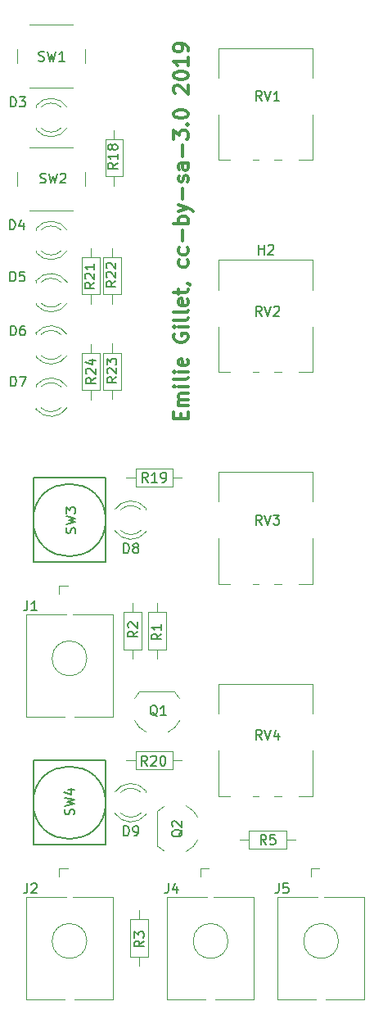
<source format=gbr>
%TF.GenerationSoftware,KiCad,Pcbnew,(6.0.0)*%
%TF.CreationDate,2022-11-14T01:28:24+01:00*%
%TF.ProjectId,Apeks,4170656b-732e-46b6-9963-61645f706362,rev?*%
%TF.SameCoordinates,Original*%
%TF.FileFunction,Legend,Top*%
%TF.FilePolarity,Positive*%
%FSLAX46Y46*%
G04 Gerber Fmt 4.6, Leading zero omitted, Abs format (unit mm)*
G04 Created by KiCad (PCBNEW (6.0.0)) date 2022-11-14 01:28:24*
%MOMM*%
%LPD*%
G01*
G04 APERTURE LIST*
%ADD10C,0.300000*%
%ADD11C,0.150000*%
%ADD12C,0.120000*%
G04 APERTURE END LIST*
D10*
X38627857Y-75237142D02*
X38627857Y-74737142D01*
X39413571Y-74522857D02*
X39413571Y-75237142D01*
X37913571Y-75237142D01*
X37913571Y-74522857D01*
X39413571Y-73880000D02*
X38413571Y-73880000D01*
X38556428Y-73880000D02*
X38485000Y-73808571D01*
X38413571Y-73665714D01*
X38413571Y-73451428D01*
X38485000Y-73308571D01*
X38627857Y-73237142D01*
X39413571Y-73237142D01*
X38627857Y-73237142D02*
X38485000Y-73165714D01*
X38413571Y-73022857D01*
X38413571Y-72808571D01*
X38485000Y-72665714D01*
X38627857Y-72594285D01*
X39413571Y-72594285D01*
X39413571Y-71880000D02*
X38413571Y-71880000D01*
X37913571Y-71880000D02*
X37985000Y-71951428D01*
X38056428Y-71880000D01*
X37985000Y-71808571D01*
X37913571Y-71880000D01*
X38056428Y-71880000D01*
X39413571Y-70951428D02*
X39342142Y-71094285D01*
X39199285Y-71165714D01*
X37913571Y-71165714D01*
X39413571Y-70380000D02*
X38413571Y-70380000D01*
X37913571Y-70380000D02*
X37985000Y-70451428D01*
X38056428Y-70380000D01*
X37985000Y-70308571D01*
X37913571Y-70380000D01*
X38056428Y-70380000D01*
X39342142Y-69094285D02*
X39413571Y-69237142D01*
X39413571Y-69522857D01*
X39342142Y-69665714D01*
X39199285Y-69737142D01*
X38627857Y-69737142D01*
X38485000Y-69665714D01*
X38413571Y-69522857D01*
X38413571Y-69237142D01*
X38485000Y-69094285D01*
X38627857Y-69022857D01*
X38770714Y-69022857D01*
X38913571Y-69737142D01*
X37985000Y-66451428D02*
X37913571Y-66594285D01*
X37913571Y-66808571D01*
X37985000Y-67022857D01*
X38127857Y-67165714D01*
X38270714Y-67237142D01*
X38556428Y-67308571D01*
X38770714Y-67308571D01*
X39056428Y-67237142D01*
X39199285Y-67165714D01*
X39342142Y-67022857D01*
X39413571Y-66808571D01*
X39413571Y-66665714D01*
X39342142Y-66451428D01*
X39270714Y-66380000D01*
X38770714Y-66380000D01*
X38770714Y-66665714D01*
X39413571Y-65737142D02*
X38413571Y-65737142D01*
X37913571Y-65737142D02*
X37985000Y-65808571D01*
X38056428Y-65737142D01*
X37985000Y-65665714D01*
X37913571Y-65737142D01*
X38056428Y-65737142D01*
X39413571Y-64808571D02*
X39342142Y-64951428D01*
X39199285Y-65022857D01*
X37913571Y-65022857D01*
X39413571Y-64022857D02*
X39342142Y-64165714D01*
X39199285Y-64237142D01*
X37913571Y-64237142D01*
X39342142Y-62880000D02*
X39413571Y-63022857D01*
X39413571Y-63308571D01*
X39342142Y-63451428D01*
X39199285Y-63522857D01*
X38627857Y-63522857D01*
X38485000Y-63451428D01*
X38413571Y-63308571D01*
X38413571Y-63022857D01*
X38485000Y-62880000D01*
X38627857Y-62808571D01*
X38770714Y-62808571D01*
X38913571Y-63522857D01*
X38413571Y-62380000D02*
X38413571Y-61808571D01*
X37913571Y-62165714D02*
X39199285Y-62165714D01*
X39342142Y-62094285D01*
X39413571Y-61951428D01*
X39413571Y-61808571D01*
X39342142Y-61237142D02*
X39413571Y-61237142D01*
X39556428Y-61308571D01*
X39627857Y-61380000D01*
X39342142Y-58808571D02*
X39413571Y-58951428D01*
X39413571Y-59237142D01*
X39342142Y-59380000D01*
X39270714Y-59451428D01*
X39127857Y-59522857D01*
X38699285Y-59522857D01*
X38556428Y-59451428D01*
X38485000Y-59380000D01*
X38413571Y-59237142D01*
X38413571Y-58951428D01*
X38485000Y-58808571D01*
X39342142Y-57522857D02*
X39413571Y-57665714D01*
X39413571Y-57951428D01*
X39342142Y-58094285D01*
X39270714Y-58165714D01*
X39127857Y-58237142D01*
X38699285Y-58237142D01*
X38556428Y-58165714D01*
X38485000Y-58094285D01*
X38413571Y-57951428D01*
X38413571Y-57665714D01*
X38485000Y-57522857D01*
X38842142Y-56880000D02*
X38842142Y-55737142D01*
X39413571Y-55022857D02*
X37913571Y-55022857D01*
X38485000Y-55022857D02*
X38413571Y-54880000D01*
X38413571Y-54594285D01*
X38485000Y-54451428D01*
X38556428Y-54380000D01*
X38699285Y-54308571D01*
X39127857Y-54308571D01*
X39270714Y-54380000D01*
X39342142Y-54451428D01*
X39413571Y-54594285D01*
X39413571Y-54880000D01*
X39342142Y-55022857D01*
X38413571Y-53808571D02*
X39413571Y-53451428D01*
X38413571Y-53094285D02*
X39413571Y-53451428D01*
X39770714Y-53594285D01*
X39842142Y-53665714D01*
X39913571Y-53808571D01*
X38842142Y-52522857D02*
X38842142Y-51380000D01*
X39342142Y-50737142D02*
X39413571Y-50594285D01*
X39413571Y-50308571D01*
X39342142Y-50165714D01*
X39199285Y-50094285D01*
X39127857Y-50094285D01*
X38985000Y-50165714D01*
X38913571Y-50308571D01*
X38913571Y-50522857D01*
X38842142Y-50665714D01*
X38699285Y-50737142D01*
X38627857Y-50737142D01*
X38485000Y-50665714D01*
X38413571Y-50522857D01*
X38413571Y-50308571D01*
X38485000Y-50165714D01*
X39413571Y-48808571D02*
X38627857Y-48808571D01*
X38485000Y-48880000D01*
X38413571Y-49022857D01*
X38413571Y-49308571D01*
X38485000Y-49451428D01*
X39342142Y-48808571D02*
X39413571Y-48951428D01*
X39413571Y-49308571D01*
X39342142Y-49451428D01*
X39199285Y-49522857D01*
X39056428Y-49522857D01*
X38913571Y-49451428D01*
X38842142Y-49308571D01*
X38842142Y-48951428D01*
X38770714Y-48808571D01*
X38842142Y-48094285D02*
X38842142Y-46951428D01*
X37913571Y-46380000D02*
X37913571Y-45451428D01*
X38485000Y-45951428D01*
X38485000Y-45737142D01*
X38556428Y-45594285D01*
X38627857Y-45522857D01*
X38770714Y-45451428D01*
X39127857Y-45451428D01*
X39270714Y-45522857D01*
X39342142Y-45594285D01*
X39413571Y-45737142D01*
X39413571Y-46165714D01*
X39342142Y-46308571D01*
X39270714Y-46380000D01*
X39270714Y-44808571D02*
X39342142Y-44737142D01*
X39413571Y-44808571D01*
X39342142Y-44879999D01*
X39270714Y-44808571D01*
X39413571Y-44808571D01*
X37913571Y-43808571D02*
X37913571Y-43665714D01*
X37985000Y-43522857D01*
X38056428Y-43451428D01*
X38199285Y-43380000D01*
X38485000Y-43308571D01*
X38842142Y-43308571D01*
X39127857Y-43380000D01*
X39270714Y-43451428D01*
X39342142Y-43522857D01*
X39413571Y-43665714D01*
X39413571Y-43808571D01*
X39342142Y-43951428D01*
X39270714Y-44022857D01*
X39127857Y-44094285D01*
X38842142Y-44165714D01*
X38485000Y-44165714D01*
X38199285Y-44094285D01*
X38056428Y-44022857D01*
X37985000Y-43951428D01*
X37913571Y-43808571D01*
X38056428Y-41594285D02*
X37985000Y-41522857D01*
X37913571Y-41380000D01*
X37913571Y-41022857D01*
X37985000Y-40880000D01*
X38056428Y-40808571D01*
X38199285Y-40737142D01*
X38342142Y-40737142D01*
X38556428Y-40808571D01*
X39413571Y-41665714D01*
X39413571Y-40737142D01*
X37913571Y-39808571D02*
X37913571Y-39665714D01*
X37985000Y-39522857D01*
X38056428Y-39451428D01*
X38199285Y-39380000D01*
X38485000Y-39308571D01*
X38842142Y-39308571D01*
X39127857Y-39380000D01*
X39270714Y-39451428D01*
X39342142Y-39522857D01*
X39413571Y-39665714D01*
X39413571Y-39808571D01*
X39342142Y-39951428D01*
X39270714Y-40022857D01*
X39127857Y-40094285D01*
X38842142Y-40165714D01*
X38485000Y-40165714D01*
X38199285Y-40094285D01*
X38056428Y-40022857D01*
X37985000Y-39951428D01*
X37913571Y-39808571D01*
X39413571Y-37880000D02*
X39413571Y-38737142D01*
X39413571Y-38308571D02*
X37913571Y-38308571D01*
X38127857Y-38451428D01*
X38270714Y-38594285D01*
X38342142Y-38737142D01*
X39413571Y-37165714D02*
X39413571Y-36880000D01*
X39342142Y-36737142D01*
X39270714Y-36665714D01*
X39056428Y-36522857D01*
X38770714Y-36451428D01*
X38199285Y-36451428D01*
X38056428Y-36522857D01*
X37985000Y-36594285D01*
X37913571Y-36737142D01*
X37913571Y-37022857D01*
X37985000Y-37165714D01*
X38056428Y-37237142D01*
X38199285Y-37308571D01*
X38556428Y-37308571D01*
X38699285Y-37237142D01*
X38770714Y-37165714D01*
X38842142Y-37022857D01*
X38842142Y-36737142D01*
X38770714Y-36594285D01*
X38699285Y-36522857D01*
X38556428Y-36451428D01*
D11*
%TO.C,D3*%
X21042904Y-42977580D02*
X21042904Y-41977580D01*
X21281000Y-41977580D01*
X21423857Y-42025200D01*
X21519095Y-42120438D01*
X21566714Y-42215676D01*
X21614333Y-42406152D01*
X21614333Y-42549009D01*
X21566714Y-42739485D01*
X21519095Y-42834723D01*
X21423857Y-42929961D01*
X21281000Y-42977580D01*
X21042904Y-42977580D01*
X21947666Y-41977580D02*
X22566714Y-41977580D01*
X22233380Y-42358533D01*
X22376238Y-42358533D01*
X22471476Y-42406152D01*
X22519095Y-42453771D01*
X22566714Y-42549009D01*
X22566714Y-42787104D01*
X22519095Y-42882342D01*
X22471476Y-42929961D01*
X22376238Y-42977580D01*
X22090523Y-42977580D01*
X21995285Y-42929961D01*
X21947666Y-42882342D01*
%TO.C,D4*%
X20941304Y-55677580D02*
X20941304Y-54677580D01*
X21179400Y-54677580D01*
X21322257Y-54725200D01*
X21417495Y-54820438D01*
X21465114Y-54915676D01*
X21512733Y-55106152D01*
X21512733Y-55249009D01*
X21465114Y-55439485D01*
X21417495Y-55534723D01*
X21322257Y-55629961D01*
X21179400Y-55677580D01*
X20941304Y-55677580D01*
X22369876Y-55010914D02*
X22369876Y-55677580D01*
X22131780Y-54629961D02*
X21893685Y-55344247D01*
X22512733Y-55344247D01*
%TO.C,D5*%
X20992104Y-61026780D02*
X20992104Y-60026780D01*
X21230200Y-60026780D01*
X21373057Y-60074400D01*
X21468295Y-60169638D01*
X21515914Y-60264876D01*
X21563533Y-60455352D01*
X21563533Y-60598209D01*
X21515914Y-60788685D01*
X21468295Y-60883923D01*
X21373057Y-60979161D01*
X21230200Y-61026780D01*
X20992104Y-61026780D01*
X22468295Y-60026780D02*
X21992104Y-60026780D01*
X21944485Y-60502971D01*
X21992104Y-60455352D01*
X22087342Y-60407733D01*
X22325438Y-60407733D01*
X22420676Y-60455352D01*
X22468295Y-60502971D01*
X22515914Y-60598209D01*
X22515914Y-60836304D01*
X22468295Y-60931542D01*
X22420676Y-60979161D01*
X22325438Y-61026780D01*
X22087342Y-61026780D01*
X21992104Y-60979161D01*
X21944485Y-60931542D01*
%TO.C,D6*%
X21042904Y-66604580D02*
X21042904Y-65604580D01*
X21281000Y-65604580D01*
X21423857Y-65652200D01*
X21519095Y-65747438D01*
X21566714Y-65842676D01*
X21614333Y-66033152D01*
X21614333Y-66176009D01*
X21566714Y-66366485D01*
X21519095Y-66461723D01*
X21423857Y-66556961D01*
X21281000Y-66604580D01*
X21042904Y-66604580D01*
X22471476Y-65604580D02*
X22281000Y-65604580D01*
X22185761Y-65652200D01*
X22138142Y-65699819D01*
X22042904Y-65842676D01*
X21995285Y-66033152D01*
X21995285Y-66414104D01*
X22042904Y-66509342D01*
X22090523Y-66556961D01*
X22185761Y-66604580D01*
X22376238Y-66604580D01*
X22471476Y-66556961D01*
X22519095Y-66509342D01*
X22566714Y-66414104D01*
X22566714Y-66176009D01*
X22519095Y-66080771D01*
X22471476Y-66033152D01*
X22376238Y-65985533D01*
X22185761Y-65985533D01*
X22090523Y-66033152D01*
X22042904Y-66080771D01*
X21995285Y-66176009D01*
%TO.C,D7*%
X21068304Y-71852180D02*
X21068304Y-70852180D01*
X21306400Y-70852180D01*
X21449257Y-70899800D01*
X21544495Y-70995038D01*
X21592114Y-71090276D01*
X21639733Y-71280752D01*
X21639733Y-71423609D01*
X21592114Y-71614085D01*
X21544495Y-71709323D01*
X21449257Y-71804561D01*
X21306400Y-71852180D01*
X21068304Y-71852180D01*
X21973066Y-70852180D02*
X22639733Y-70852180D01*
X22211161Y-71852180D01*
%TO.C,J1*%
X22766666Y-94042380D02*
X22766666Y-94756666D01*
X22719047Y-94899523D01*
X22623809Y-94994761D01*
X22480952Y-95042380D01*
X22385714Y-95042380D01*
X23766666Y-95042380D02*
X23195238Y-95042380D01*
X23480952Y-95042380D02*
X23480952Y-94042380D01*
X23385714Y-94185238D01*
X23290476Y-94280476D01*
X23195238Y-94328095D01*
%TO.C,J2*%
X22766666Y-123252380D02*
X22766666Y-123966666D01*
X22719047Y-124109523D01*
X22623809Y-124204761D01*
X22480952Y-124252380D01*
X22385714Y-124252380D01*
X23195238Y-123347619D02*
X23242857Y-123300000D01*
X23338095Y-123252380D01*
X23576190Y-123252380D01*
X23671428Y-123300000D01*
X23719047Y-123347619D01*
X23766666Y-123442857D01*
X23766666Y-123538095D01*
X23719047Y-123680952D01*
X23147619Y-124252380D01*
X23766666Y-124252380D01*
%TO.C,Q1*%
X36216761Y-105957619D02*
X36121523Y-105910000D01*
X36026285Y-105814761D01*
X35883428Y-105671904D01*
X35788190Y-105624285D01*
X35692952Y-105624285D01*
X35740571Y-105862380D02*
X35645333Y-105814761D01*
X35550095Y-105719523D01*
X35502476Y-105529047D01*
X35502476Y-105195714D01*
X35550095Y-105005238D01*
X35645333Y-104910000D01*
X35740571Y-104862380D01*
X35931047Y-104862380D01*
X36026285Y-104910000D01*
X36121523Y-105005238D01*
X36169142Y-105195714D01*
X36169142Y-105529047D01*
X36121523Y-105719523D01*
X36026285Y-105814761D01*
X35931047Y-105862380D01*
X35740571Y-105862380D01*
X37121523Y-105862380D02*
X36550095Y-105862380D01*
X36835809Y-105862380D02*
X36835809Y-104862380D01*
X36740571Y-105005238D01*
X36645333Y-105100476D01*
X36550095Y-105148095D01*
%TO.C,Q2*%
X38817419Y-117707238D02*
X38769800Y-117802476D01*
X38674561Y-117897714D01*
X38531704Y-118040571D01*
X38484085Y-118135809D01*
X38484085Y-118231047D01*
X38722180Y-118183428D02*
X38674561Y-118278666D01*
X38579323Y-118373904D01*
X38388847Y-118421523D01*
X38055514Y-118421523D01*
X37865038Y-118373904D01*
X37769800Y-118278666D01*
X37722180Y-118183428D01*
X37722180Y-117992952D01*
X37769800Y-117897714D01*
X37865038Y-117802476D01*
X38055514Y-117754857D01*
X38388847Y-117754857D01*
X38579323Y-117802476D01*
X38674561Y-117897714D01*
X38722180Y-117992952D01*
X38722180Y-118183428D01*
X37817419Y-117373904D02*
X37769800Y-117326285D01*
X37722180Y-117231047D01*
X37722180Y-116992952D01*
X37769800Y-116897714D01*
X37817419Y-116850095D01*
X37912657Y-116802476D01*
X38007895Y-116802476D01*
X38150752Y-116850095D01*
X38722180Y-117421523D01*
X38722180Y-116802476D01*
%TO.C,R1*%
X36647380Y-97448666D02*
X36171190Y-97782000D01*
X36647380Y-98020095D02*
X35647380Y-98020095D01*
X35647380Y-97639142D01*
X35695000Y-97543904D01*
X35742619Y-97496285D01*
X35837857Y-97448666D01*
X35980714Y-97448666D01*
X36075952Y-97496285D01*
X36123571Y-97543904D01*
X36171190Y-97639142D01*
X36171190Y-98020095D01*
X36647380Y-96496285D02*
X36647380Y-97067714D01*
X36647380Y-96782000D02*
X35647380Y-96782000D01*
X35790238Y-96877238D01*
X35885476Y-96972476D01*
X35933095Y-97067714D01*
%TO.C,R3*%
X34843980Y-129198666D02*
X34367790Y-129532000D01*
X34843980Y-129770095D02*
X33843980Y-129770095D01*
X33843980Y-129389142D01*
X33891600Y-129293904D01*
X33939219Y-129246285D01*
X34034457Y-129198666D01*
X34177314Y-129198666D01*
X34272552Y-129246285D01*
X34320171Y-129293904D01*
X34367790Y-129389142D01*
X34367790Y-129770095D01*
X33843980Y-128865333D02*
X33843980Y-128246285D01*
X34224933Y-128579619D01*
X34224933Y-128436761D01*
X34272552Y-128341523D01*
X34320171Y-128293904D01*
X34415409Y-128246285D01*
X34653504Y-128246285D01*
X34748742Y-128293904D01*
X34796361Y-128341523D01*
X34843980Y-128436761D01*
X34843980Y-128722476D01*
X34796361Y-128817714D01*
X34748742Y-128865333D01*
%TO.C,R2*%
X34183580Y-97194666D02*
X33707390Y-97528000D01*
X34183580Y-97766095D02*
X33183580Y-97766095D01*
X33183580Y-97385142D01*
X33231200Y-97289904D01*
X33278819Y-97242285D01*
X33374057Y-97194666D01*
X33516914Y-97194666D01*
X33612152Y-97242285D01*
X33659771Y-97289904D01*
X33707390Y-97385142D01*
X33707390Y-97766095D01*
X33278819Y-96813714D02*
X33231200Y-96766095D01*
X33183580Y-96670857D01*
X33183580Y-96432761D01*
X33231200Y-96337523D01*
X33278819Y-96289904D01*
X33374057Y-96242285D01*
X33469295Y-96242285D01*
X33612152Y-96289904D01*
X34183580Y-96861333D01*
X34183580Y-96242285D01*
%TO.C,R5*%
X47483733Y-119222780D02*
X47150400Y-118746590D01*
X46912304Y-119222780D02*
X46912304Y-118222780D01*
X47293257Y-118222780D01*
X47388495Y-118270400D01*
X47436114Y-118318019D01*
X47483733Y-118413257D01*
X47483733Y-118556114D01*
X47436114Y-118651352D01*
X47388495Y-118698971D01*
X47293257Y-118746590D01*
X46912304Y-118746590D01*
X48388495Y-118222780D02*
X47912304Y-118222780D01*
X47864685Y-118698971D01*
X47912304Y-118651352D01*
X48007542Y-118603733D01*
X48245638Y-118603733D01*
X48340876Y-118651352D01*
X48388495Y-118698971D01*
X48436114Y-118794209D01*
X48436114Y-119032304D01*
X48388495Y-119127542D01*
X48340876Y-119175161D01*
X48245638Y-119222780D01*
X48007542Y-119222780D01*
X47912304Y-119175161D01*
X47864685Y-119127542D01*
%TO.C,R18*%
X32100780Y-48775857D02*
X31624590Y-49109190D01*
X32100780Y-49347285D02*
X31100780Y-49347285D01*
X31100780Y-48966333D01*
X31148400Y-48871095D01*
X31196019Y-48823476D01*
X31291257Y-48775857D01*
X31434114Y-48775857D01*
X31529352Y-48823476D01*
X31576971Y-48871095D01*
X31624590Y-48966333D01*
X31624590Y-49347285D01*
X32100780Y-47823476D02*
X32100780Y-48394904D01*
X32100780Y-48109190D02*
X31100780Y-48109190D01*
X31243638Y-48204428D01*
X31338876Y-48299666D01*
X31386495Y-48394904D01*
X31529352Y-47252047D02*
X31481733Y-47347285D01*
X31434114Y-47394904D01*
X31338876Y-47442523D01*
X31291257Y-47442523D01*
X31196019Y-47394904D01*
X31148400Y-47347285D01*
X31100780Y-47252047D01*
X31100780Y-47061571D01*
X31148400Y-46966333D01*
X31196019Y-46918714D01*
X31291257Y-46871095D01*
X31338876Y-46871095D01*
X31434114Y-46918714D01*
X31481733Y-46966333D01*
X31529352Y-47061571D01*
X31529352Y-47252047D01*
X31576971Y-47347285D01*
X31624590Y-47394904D01*
X31719828Y-47442523D01*
X31910304Y-47442523D01*
X32005542Y-47394904D01*
X32053161Y-47347285D01*
X32100780Y-47252047D01*
X32100780Y-47061571D01*
X32053161Y-46966333D01*
X32005542Y-46918714D01*
X31910304Y-46871095D01*
X31719828Y-46871095D01*
X31624590Y-46918714D01*
X31576971Y-46966333D01*
X31529352Y-47061571D01*
%TO.C,R21*%
X29713180Y-61145657D02*
X29236990Y-61478990D01*
X29713180Y-61717085D02*
X28713180Y-61717085D01*
X28713180Y-61336133D01*
X28760800Y-61240895D01*
X28808419Y-61193276D01*
X28903657Y-61145657D01*
X29046514Y-61145657D01*
X29141752Y-61193276D01*
X29189371Y-61240895D01*
X29236990Y-61336133D01*
X29236990Y-61717085D01*
X28808419Y-60764704D02*
X28760800Y-60717085D01*
X28713180Y-60621847D01*
X28713180Y-60383752D01*
X28760800Y-60288514D01*
X28808419Y-60240895D01*
X28903657Y-60193276D01*
X28998895Y-60193276D01*
X29141752Y-60240895D01*
X29713180Y-60812323D01*
X29713180Y-60193276D01*
X29713180Y-59240895D02*
X29713180Y-59812323D01*
X29713180Y-59526609D02*
X28713180Y-59526609D01*
X28856038Y-59621847D01*
X28951276Y-59717085D01*
X28998895Y-59812323D01*
%TO.C,R22*%
X31922980Y-60993257D02*
X31446790Y-61326590D01*
X31922980Y-61564685D02*
X30922980Y-61564685D01*
X30922980Y-61183733D01*
X30970600Y-61088495D01*
X31018219Y-61040876D01*
X31113457Y-60993257D01*
X31256314Y-60993257D01*
X31351552Y-61040876D01*
X31399171Y-61088495D01*
X31446790Y-61183733D01*
X31446790Y-61564685D01*
X31018219Y-60612304D02*
X30970600Y-60564685D01*
X30922980Y-60469447D01*
X30922980Y-60231352D01*
X30970600Y-60136114D01*
X31018219Y-60088495D01*
X31113457Y-60040876D01*
X31208695Y-60040876D01*
X31351552Y-60088495D01*
X31922980Y-60659923D01*
X31922980Y-60040876D01*
X31018219Y-59659923D02*
X30970600Y-59612304D01*
X30922980Y-59517066D01*
X30922980Y-59278971D01*
X30970600Y-59183733D01*
X31018219Y-59136114D01*
X31113457Y-59088495D01*
X31208695Y-59088495D01*
X31351552Y-59136114D01*
X31922980Y-59707542D01*
X31922980Y-59088495D01*
%TO.C,R23*%
X31999180Y-70924657D02*
X31522990Y-71257990D01*
X31999180Y-71496085D02*
X30999180Y-71496085D01*
X30999180Y-71115133D01*
X31046800Y-71019895D01*
X31094419Y-70972276D01*
X31189657Y-70924657D01*
X31332514Y-70924657D01*
X31427752Y-70972276D01*
X31475371Y-71019895D01*
X31522990Y-71115133D01*
X31522990Y-71496085D01*
X31094419Y-70543704D02*
X31046800Y-70496085D01*
X30999180Y-70400847D01*
X30999180Y-70162752D01*
X31046800Y-70067514D01*
X31094419Y-70019895D01*
X31189657Y-69972276D01*
X31284895Y-69972276D01*
X31427752Y-70019895D01*
X31999180Y-70591323D01*
X31999180Y-69972276D01*
X30999180Y-69638942D02*
X30999180Y-69019895D01*
X31380133Y-69353228D01*
X31380133Y-69210371D01*
X31427752Y-69115133D01*
X31475371Y-69067514D01*
X31570609Y-69019895D01*
X31808704Y-69019895D01*
X31903942Y-69067514D01*
X31951561Y-69115133D01*
X31999180Y-69210371D01*
X31999180Y-69496085D01*
X31951561Y-69591323D01*
X31903942Y-69638942D01*
%TO.C,R24*%
X29814780Y-70975457D02*
X29338590Y-71308790D01*
X29814780Y-71546885D02*
X28814780Y-71546885D01*
X28814780Y-71165933D01*
X28862400Y-71070695D01*
X28910019Y-71023076D01*
X29005257Y-70975457D01*
X29148114Y-70975457D01*
X29243352Y-71023076D01*
X29290971Y-71070695D01*
X29338590Y-71165933D01*
X29338590Y-71546885D01*
X28910019Y-70594504D02*
X28862400Y-70546885D01*
X28814780Y-70451647D01*
X28814780Y-70213552D01*
X28862400Y-70118314D01*
X28910019Y-70070695D01*
X29005257Y-70023076D01*
X29100495Y-70023076D01*
X29243352Y-70070695D01*
X29814780Y-70642123D01*
X29814780Y-70023076D01*
X29148114Y-69165933D02*
X29814780Y-69165933D01*
X28767161Y-69404028D02*
X29481447Y-69642123D01*
X29481447Y-69023076D01*
%TO.C,R19*%
X35247142Y-81783180D02*
X34913809Y-81306990D01*
X34675714Y-81783180D02*
X34675714Y-80783180D01*
X35056666Y-80783180D01*
X35151904Y-80830800D01*
X35199523Y-80878419D01*
X35247142Y-80973657D01*
X35247142Y-81116514D01*
X35199523Y-81211752D01*
X35151904Y-81259371D01*
X35056666Y-81306990D01*
X34675714Y-81306990D01*
X36199523Y-81783180D02*
X35628095Y-81783180D01*
X35913809Y-81783180D02*
X35913809Y-80783180D01*
X35818571Y-80926038D01*
X35723333Y-81021276D01*
X35628095Y-81068895D01*
X36675714Y-81783180D02*
X36866190Y-81783180D01*
X36961428Y-81735561D01*
X37009047Y-81687942D01*
X37104285Y-81545085D01*
X37151904Y-81354609D01*
X37151904Y-80973657D01*
X37104285Y-80878419D01*
X37056666Y-80830800D01*
X36961428Y-80783180D01*
X36770952Y-80783180D01*
X36675714Y-80830800D01*
X36628095Y-80878419D01*
X36580476Y-80973657D01*
X36580476Y-81211752D01*
X36628095Y-81306990D01*
X36675714Y-81354609D01*
X36770952Y-81402228D01*
X36961428Y-81402228D01*
X37056666Y-81354609D01*
X37104285Y-81306990D01*
X37151904Y-81211752D01*
%TO.C,R20*%
X35170942Y-111069380D02*
X34837609Y-110593190D01*
X34599514Y-111069380D02*
X34599514Y-110069380D01*
X34980466Y-110069380D01*
X35075704Y-110117000D01*
X35123323Y-110164619D01*
X35170942Y-110259857D01*
X35170942Y-110402714D01*
X35123323Y-110497952D01*
X35075704Y-110545571D01*
X34980466Y-110593190D01*
X34599514Y-110593190D01*
X35551895Y-110164619D02*
X35599514Y-110117000D01*
X35694752Y-110069380D01*
X35932847Y-110069380D01*
X36028085Y-110117000D01*
X36075704Y-110164619D01*
X36123323Y-110259857D01*
X36123323Y-110355095D01*
X36075704Y-110497952D01*
X35504276Y-111069380D01*
X36123323Y-111069380D01*
X36742371Y-110069380D02*
X36837609Y-110069380D01*
X36932847Y-110117000D01*
X36980466Y-110164619D01*
X37028085Y-110259857D01*
X37075704Y-110450333D01*
X37075704Y-110688428D01*
X37028085Y-110878904D01*
X36980466Y-110974142D01*
X36932847Y-111021761D01*
X36837609Y-111069380D01*
X36742371Y-111069380D01*
X36647133Y-111021761D01*
X36599514Y-110974142D01*
X36551895Y-110878904D01*
X36504276Y-110688428D01*
X36504276Y-110450333D01*
X36551895Y-110259857D01*
X36599514Y-110164619D01*
X36647133Y-110117000D01*
X36742371Y-110069380D01*
%TO.C,RV1*%
X47029761Y-42362380D02*
X46696428Y-41886190D01*
X46458333Y-42362380D02*
X46458333Y-41362380D01*
X46839285Y-41362380D01*
X46934523Y-41410000D01*
X46982142Y-41457619D01*
X47029761Y-41552857D01*
X47029761Y-41695714D01*
X46982142Y-41790952D01*
X46934523Y-41838571D01*
X46839285Y-41886190D01*
X46458333Y-41886190D01*
X47315476Y-41362380D02*
X47648809Y-42362380D01*
X47982142Y-41362380D01*
X48839285Y-42362380D02*
X48267857Y-42362380D01*
X48553571Y-42362380D02*
X48553571Y-41362380D01*
X48458333Y-41505238D01*
X48363095Y-41600476D01*
X48267857Y-41648095D01*
%TO.C,RV2*%
X47029761Y-64587380D02*
X46696428Y-64111190D01*
X46458333Y-64587380D02*
X46458333Y-63587380D01*
X46839285Y-63587380D01*
X46934523Y-63635000D01*
X46982142Y-63682619D01*
X47029761Y-63777857D01*
X47029761Y-63920714D01*
X46982142Y-64015952D01*
X46934523Y-64063571D01*
X46839285Y-64111190D01*
X46458333Y-64111190D01*
X47315476Y-63587380D02*
X47648809Y-64587380D01*
X47982142Y-63587380D01*
X48267857Y-63682619D02*
X48315476Y-63635000D01*
X48410714Y-63587380D01*
X48648809Y-63587380D01*
X48744047Y-63635000D01*
X48791666Y-63682619D01*
X48839285Y-63777857D01*
X48839285Y-63873095D01*
X48791666Y-64015952D01*
X48220238Y-64587380D01*
X48839285Y-64587380D01*
%TO.C,RV3*%
X47029761Y-86177380D02*
X46696428Y-85701190D01*
X46458333Y-86177380D02*
X46458333Y-85177380D01*
X46839285Y-85177380D01*
X46934523Y-85225000D01*
X46982142Y-85272619D01*
X47029761Y-85367857D01*
X47029761Y-85510714D01*
X46982142Y-85605952D01*
X46934523Y-85653571D01*
X46839285Y-85701190D01*
X46458333Y-85701190D01*
X47315476Y-85177380D02*
X47648809Y-86177380D01*
X47982142Y-85177380D01*
X48220238Y-85177380D02*
X48839285Y-85177380D01*
X48505952Y-85558333D01*
X48648809Y-85558333D01*
X48744047Y-85605952D01*
X48791666Y-85653571D01*
X48839285Y-85748809D01*
X48839285Y-85986904D01*
X48791666Y-86082142D01*
X48744047Y-86129761D01*
X48648809Y-86177380D01*
X48363095Y-86177380D01*
X48267857Y-86129761D01*
X48220238Y-86082142D01*
%TO.C,RV4*%
X47029761Y-108402380D02*
X46696428Y-107926190D01*
X46458333Y-108402380D02*
X46458333Y-107402380D01*
X46839285Y-107402380D01*
X46934523Y-107450000D01*
X46982142Y-107497619D01*
X47029761Y-107592857D01*
X47029761Y-107735714D01*
X46982142Y-107830952D01*
X46934523Y-107878571D01*
X46839285Y-107926190D01*
X46458333Y-107926190D01*
X47315476Y-107402380D02*
X47648809Y-108402380D01*
X47982142Y-107402380D01*
X48744047Y-107735714D02*
X48744047Y-108402380D01*
X48505952Y-107354761D02*
X48267857Y-108069047D01*
X48886904Y-108069047D01*
%TO.C,SW3*%
X27712561Y-87058733D02*
X27760180Y-86915876D01*
X27760180Y-86677780D01*
X27712561Y-86582542D01*
X27664942Y-86534923D01*
X27569704Y-86487304D01*
X27474466Y-86487304D01*
X27379228Y-86534923D01*
X27331609Y-86582542D01*
X27283990Y-86677780D01*
X27236371Y-86868257D01*
X27188752Y-86963495D01*
X27141133Y-87011114D01*
X27045895Y-87058733D01*
X26950657Y-87058733D01*
X26855419Y-87011114D01*
X26807800Y-86963495D01*
X26760180Y-86868257D01*
X26760180Y-86630161D01*
X26807800Y-86487304D01*
X26760180Y-86153971D02*
X27760180Y-85915876D01*
X27045895Y-85725400D01*
X27760180Y-85534923D01*
X26760180Y-85296828D01*
X26760180Y-85011114D02*
X26760180Y-84392066D01*
X27141133Y-84725400D01*
X27141133Y-84582542D01*
X27188752Y-84487304D01*
X27236371Y-84439685D01*
X27331609Y-84392066D01*
X27569704Y-84392066D01*
X27664942Y-84439685D01*
X27712561Y-84487304D01*
X27760180Y-84582542D01*
X27760180Y-84868257D01*
X27712561Y-84963495D01*
X27664942Y-85011114D01*
%TO.C,SW4*%
X27588361Y-116141733D02*
X27635980Y-115998876D01*
X27635980Y-115760780D01*
X27588361Y-115665542D01*
X27540742Y-115617923D01*
X27445504Y-115570304D01*
X27350266Y-115570304D01*
X27255028Y-115617923D01*
X27207409Y-115665542D01*
X27159790Y-115760780D01*
X27112171Y-115951257D01*
X27064552Y-116046495D01*
X27016933Y-116094114D01*
X26921695Y-116141733D01*
X26826457Y-116141733D01*
X26731219Y-116094114D01*
X26683600Y-116046495D01*
X26635980Y-115951257D01*
X26635980Y-115713161D01*
X26683600Y-115570304D01*
X26635980Y-115236971D02*
X27635980Y-114998876D01*
X26921695Y-114808400D01*
X27635980Y-114617923D01*
X26635980Y-114379828D01*
X26969314Y-113570304D02*
X27635980Y-113570304D01*
X26588361Y-113808400D02*
X27302647Y-114046495D01*
X27302647Y-113427447D01*
%TO.C,SW1*%
X23964066Y-38216161D02*
X24106923Y-38263780D01*
X24345019Y-38263780D01*
X24440257Y-38216161D01*
X24487876Y-38168542D01*
X24535495Y-38073304D01*
X24535495Y-37978066D01*
X24487876Y-37882828D01*
X24440257Y-37835209D01*
X24345019Y-37787590D01*
X24154542Y-37739971D01*
X24059304Y-37692352D01*
X24011685Y-37644733D01*
X23964066Y-37549495D01*
X23964066Y-37454257D01*
X24011685Y-37359019D01*
X24059304Y-37311400D01*
X24154542Y-37263780D01*
X24392638Y-37263780D01*
X24535495Y-37311400D01*
X24868828Y-37263780D02*
X25106923Y-38263780D01*
X25297400Y-37549495D01*
X25487876Y-38263780D01*
X25725971Y-37263780D01*
X26630733Y-38263780D02*
X26059304Y-38263780D01*
X26345019Y-38263780D02*
X26345019Y-37263780D01*
X26249780Y-37406638D01*
X26154542Y-37501876D01*
X26059304Y-37549495D01*
%TO.C,SW2*%
X24091066Y-50814561D02*
X24233923Y-50862180D01*
X24472019Y-50862180D01*
X24567257Y-50814561D01*
X24614876Y-50766942D01*
X24662495Y-50671704D01*
X24662495Y-50576466D01*
X24614876Y-50481228D01*
X24567257Y-50433609D01*
X24472019Y-50385990D01*
X24281542Y-50338371D01*
X24186304Y-50290752D01*
X24138685Y-50243133D01*
X24091066Y-50147895D01*
X24091066Y-50052657D01*
X24138685Y-49957419D01*
X24186304Y-49909800D01*
X24281542Y-49862180D01*
X24519638Y-49862180D01*
X24662495Y-49909800D01*
X24995828Y-49862180D02*
X25233923Y-50862180D01*
X25424400Y-50147895D01*
X25614876Y-50862180D01*
X25852971Y-49862180D01*
X26186304Y-49957419D02*
X26233923Y-49909800D01*
X26329161Y-49862180D01*
X26567257Y-49862180D01*
X26662495Y-49909800D01*
X26710114Y-49957419D01*
X26757733Y-50052657D01*
X26757733Y-50147895D01*
X26710114Y-50290752D01*
X26138685Y-50862180D01*
X26757733Y-50862180D01*
%TO.C,H2*%
X46688095Y-58237380D02*
X46688095Y-57237380D01*
X46688095Y-57713571D02*
X47259523Y-57713571D01*
X47259523Y-58237380D02*
X47259523Y-57237380D01*
X47688095Y-57332619D02*
X47735714Y-57285000D01*
X47830952Y-57237380D01*
X48069047Y-57237380D01*
X48164285Y-57285000D01*
X48211904Y-57332619D01*
X48259523Y-57427857D01*
X48259523Y-57523095D01*
X48211904Y-57665952D01*
X47640476Y-58237380D01*
X48259523Y-58237380D01*
%TO.C,J4*%
X37366666Y-123252380D02*
X37366666Y-123966666D01*
X37319047Y-124109523D01*
X37223809Y-124204761D01*
X37080952Y-124252380D01*
X36985714Y-124252380D01*
X38271428Y-123585714D02*
X38271428Y-124252380D01*
X38033333Y-123204761D02*
X37795238Y-123919047D01*
X38414285Y-123919047D01*
%TO.C,J5*%
X48796666Y-123252380D02*
X48796666Y-123966666D01*
X48749047Y-124109523D01*
X48653809Y-124204761D01*
X48510952Y-124252380D01*
X48415714Y-124252380D01*
X49749047Y-123252380D02*
X49272857Y-123252380D01*
X49225238Y-123728571D01*
X49272857Y-123680952D01*
X49368095Y-123633333D01*
X49606190Y-123633333D01*
X49701428Y-123680952D01*
X49749047Y-123728571D01*
X49796666Y-123823809D01*
X49796666Y-124061904D01*
X49749047Y-124157142D01*
X49701428Y-124204761D01*
X49606190Y-124252380D01*
X49368095Y-124252380D01*
X49272857Y-124204761D01*
X49225238Y-124157142D01*
%TO.C,D8*%
X32741904Y-89112380D02*
X32741904Y-88112380D01*
X32980000Y-88112380D01*
X33122857Y-88160000D01*
X33218095Y-88255238D01*
X33265714Y-88350476D01*
X33313333Y-88540952D01*
X33313333Y-88683809D01*
X33265714Y-88874285D01*
X33218095Y-88969523D01*
X33122857Y-89064761D01*
X32980000Y-89112380D01*
X32741904Y-89112380D01*
X33884761Y-88540952D02*
X33789523Y-88493333D01*
X33741904Y-88445714D01*
X33694285Y-88350476D01*
X33694285Y-88302857D01*
X33741904Y-88207619D01*
X33789523Y-88160000D01*
X33884761Y-88112380D01*
X34075238Y-88112380D01*
X34170476Y-88160000D01*
X34218095Y-88207619D01*
X34265714Y-88302857D01*
X34265714Y-88350476D01*
X34218095Y-88445714D01*
X34170476Y-88493333D01*
X34075238Y-88540952D01*
X33884761Y-88540952D01*
X33789523Y-88588571D01*
X33741904Y-88636190D01*
X33694285Y-88731428D01*
X33694285Y-88921904D01*
X33741904Y-89017142D01*
X33789523Y-89064761D01*
X33884761Y-89112380D01*
X34075238Y-89112380D01*
X34170476Y-89064761D01*
X34218095Y-89017142D01*
X34265714Y-88921904D01*
X34265714Y-88731428D01*
X34218095Y-88636190D01*
X34170476Y-88588571D01*
X34075238Y-88540952D01*
%TO.C,D9*%
X32741904Y-118322380D02*
X32741904Y-117322380D01*
X32980000Y-117322380D01*
X33122857Y-117370000D01*
X33218095Y-117465238D01*
X33265714Y-117560476D01*
X33313333Y-117750952D01*
X33313333Y-117893809D01*
X33265714Y-118084285D01*
X33218095Y-118179523D01*
X33122857Y-118274761D01*
X32980000Y-118322380D01*
X32741904Y-118322380D01*
X33789523Y-118322380D02*
X33980000Y-118322380D01*
X34075238Y-118274761D01*
X34122857Y-118227142D01*
X34218095Y-118084285D01*
X34265714Y-117893809D01*
X34265714Y-117512857D01*
X34218095Y-117417619D01*
X34170476Y-117370000D01*
X34075238Y-117322380D01*
X33884761Y-117322380D01*
X33789523Y-117370000D01*
X33741904Y-117417619D01*
X33694285Y-117512857D01*
X33694285Y-117750952D01*
X33741904Y-117846190D01*
X33789523Y-117893809D01*
X33884761Y-117941428D01*
X34075238Y-117941428D01*
X34170476Y-117893809D01*
X34218095Y-117846190D01*
X34265714Y-117750952D01*
D12*
%TO.C,D3*%
X23660000Y-42864000D02*
X23660000Y-43020000D01*
X23660000Y-45180000D02*
X23660000Y-45336000D01*
X26261130Y-43020163D02*
G75*
G03*
X24179039Y-43020000I-1041130J-1079837D01*
G01*
X24179039Y-45180000D02*
G75*
G03*
X26261130Y-45179837I1040961J1080000D01*
G01*
X23660000Y-45335516D02*
G75*
G03*
X26892335Y-45178608I1560000J1235517D01*
G01*
X26892335Y-43021392D02*
G75*
G03*
X23660000Y-42864484I-1672335J-1078609D01*
G01*
%TO.C,D4*%
X23660000Y-55564000D02*
X23660000Y-55720000D01*
X23660000Y-57880000D02*
X23660000Y-58036000D01*
X26892335Y-55721392D02*
G75*
G03*
X23660000Y-55564484I-1672335J-1078609D01*
G01*
X26261130Y-55720163D02*
G75*
G03*
X24179039Y-55720000I-1041130J-1079837D01*
G01*
X23660000Y-58035516D02*
G75*
G03*
X26892335Y-57878608I1560000J1235517D01*
G01*
X24179039Y-57880000D02*
G75*
G03*
X26261130Y-57879837I1040961J1080000D01*
G01*
%TO.C,D5*%
X23660000Y-60964000D02*
X23660000Y-61120000D01*
X23660000Y-63280000D02*
X23660000Y-63436000D01*
X24179039Y-63280000D02*
G75*
G03*
X26261130Y-63279837I1040961J1080000D01*
G01*
X26261130Y-61120163D02*
G75*
G03*
X24179039Y-61120000I-1041130J-1079837D01*
G01*
X23660000Y-63435516D02*
G75*
G03*
X26892335Y-63278608I1560000J1235517D01*
G01*
X26892335Y-61121392D02*
G75*
G03*
X23660000Y-60964484I-1672335J-1078609D01*
G01*
%TO.C,D6*%
X23660000Y-68680000D02*
X23660000Y-68836000D01*
X23660000Y-66364000D02*
X23660000Y-66520000D01*
X23660000Y-68835516D02*
G75*
G03*
X26892335Y-68678608I1560000J1235517D01*
G01*
X24179039Y-68680000D02*
G75*
G03*
X26261130Y-68679837I1040961J1080000D01*
G01*
X26261130Y-66520163D02*
G75*
G03*
X24179039Y-66520000I-1041130J-1079837D01*
G01*
X26892335Y-66521392D02*
G75*
G03*
X23660000Y-66364484I-1672335J-1078609D01*
G01*
%TO.C,D7*%
X23660000Y-71764000D02*
X23660000Y-71920000D01*
X23660000Y-74080000D02*
X23660000Y-74236000D01*
X26261130Y-71920163D02*
G75*
G03*
X24179039Y-71920000I-1041130J-1079837D01*
G01*
X26892335Y-71921392D02*
G75*
G03*
X23660000Y-71764484I-1672335J-1078609D01*
G01*
X24179039Y-74080000D02*
G75*
G03*
X26261130Y-74079837I1040961J1080000D01*
G01*
X23660000Y-74235516D02*
G75*
G03*
X26892335Y-74078608I1560000J1235517D01*
G01*
%TO.C,J1*%
X31630000Y-95490000D02*
X27480000Y-95490000D01*
X26070000Y-92510000D02*
X26070000Y-93310000D01*
X26070000Y-92510000D02*
X26930000Y-92510000D01*
X26780000Y-95490000D02*
X22630000Y-95490000D01*
X26630000Y-105990000D02*
X22630000Y-105990000D01*
X31630000Y-105990000D02*
X27630000Y-105990000D01*
X22630000Y-95490000D02*
X22630000Y-105990000D01*
X31630000Y-95490000D02*
X31630000Y-105990000D01*
X28930000Y-99990000D02*
G75*
G03*
X28930000Y-99990000I-1800000J0D01*
G01*
%TO.C,J2*%
X26070000Y-121720000D02*
X26930000Y-121720000D01*
X31630000Y-135200000D02*
X27630000Y-135200000D01*
X26070000Y-121720000D02*
X26070000Y-122520000D01*
X26630000Y-135200000D02*
X22630000Y-135200000D01*
X31630000Y-124700000D02*
X31630000Y-135200000D01*
X22630000Y-124700000D02*
X22630000Y-135200000D01*
X31630000Y-124700000D02*
X27480000Y-124700000D01*
X26780000Y-124700000D02*
X22630000Y-124700000D01*
X28930000Y-129200000D02*
G75*
G03*
X28930000Y-129200000I-1800000J0D01*
G01*
%TO.C,Q1*%
X37995000Y-103425000D02*
X34395000Y-103425000D01*
X34395000Y-103425000D02*
G75*
G03*
X33870816Y-104152205I1799991J-1849994D01*
G01*
X37335000Y-107624999D02*
G75*
G03*
X38562199Y-106378842I-1139999J2349998D01*
G01*
X38519184Y-104152205D02*
G75*
G03*
X37995000Y-103425000I-2324175J-1122789D01*
G01*
X33839542Y-106373371D02*
G75*
G03*
X35085000Y-107625000I2355460J1098374D01*
G01*
%TO.C,Q2*%
X36242000Y-115802000D02*
X36242000Y-119402000D01*
X40441999Y-116462000D02*
G75*
G03*
X39195842Y-115234801I-2349998J-1139999D01*
G01*
X36969205Y-115277816D02*
G75*
G03*
X36242000Y-115802000I1122789J-2324175D01*
G01*
X36242000Y-119402000D02*
G75*
G03*
X36969205Y-119926184I1849994J1799991D01*
G01*
X39190371Y-119957458D02*
G75*
G03*
X40442000Y-118712000I-1098374J2355460D01*
G01*
%TO.C,R1*%
X36195000Y-94285000D02*
X36195000Y-95235000D01*
X35275000Y-99075000D02*
X37115000Y-99075000D01*
X37115000Y-95235000D02*
X35275000Y-95235000D01*
X36195000Y-100025000D02*
X36195000Y-99075000D01*
X35275000Y-95235000D02*
X35275000Y-99075000D01*
X37115000Y-99075000D02*
X37115000Y-95235000D01*
%TO.C,R3*%
X34366200Y-126035000D02*
X34366200Y-126985000D01*
X33446200Y-126985000D02*
X33446200Y-130825000D01*
X33446200Y-130825000D02*
X35286200Y-130825000D01*
X35286200Y-130825000D02*
X35286200Y-126985000D01*
X34366200Y-131775000D02*
X34366200Y-130825000D01*
X35286200Y-126985000D02*
X33446200Y-126985000D01*
%TO.C,R2*%
X33655000Y-100025000D02*
X33655000Y-99075000D01*
X32735000Y-99075000D02*
X34575000Y-99075000D01*
X33655000Y-94285000D02*
X33655000Y-95235000D01*
X34575000Y-95235000D02*
X32735000Y-95235000D01*
X34575000Y-99075000D02*
X34575000Y-95235000D01*
X32735000Y-95235000D02*
X32735000Y-99075000D01*
%TO.C,R5*%
X45705000Y-119665000D02*
X49545000Y-119665000D01*
X50495000Y-118745000D02*
X49545000Y-118745000D01*
X45705000Y-117825000D02*
X45705000Y-119665000D01*
X49545000Y-117825000D02*
X45705000Y-117825000D01*
X44755000Y-118745000D02*
X45705000Y-118745000D01*
X49545000Y-119665000D02*
X49545000Y-117825000D01*
%TO.C,R18*%
X30830000Y-46340000D02*
X30830000Y-50180000D01*
X31750000Y-51130000D02*
X31750000Y-50180000D01*
X30830000Y-50180000D02*
X32670000Y-50180000D01*
X31750000Y-45390000D02*
X31750000Y-46340000D01*
X32670000Y-50180000D02*
X32670000Y-46340000D01*
X32670000Y-46340000D02*
X30830000Y-46340000D01*
%TO.C,R21*%
X30257000Y-58532000D02*
X28417000Y-58532000D01*
X29337000Y-63322000D02*
X29337000Y-62372000D01*
X30257000Y-62372000D02*
X30257000Y-58532000D01*
X28417000Y-62372000D02*
X30257000Y-62372000D01*
X28417000Y-58532000D02*
X28417000Y-62372000D01*
X29337000Y-57582000D02*
X29337000Y-58532000D01*
%TO.C,R22*%
X30626800Y-62372000D02*
X32466800Y-62372000D01*
X32466800Y-58532000D02*
X30626800Y-58532000D01*
X31546800Y-57582000D02*
X31546800Y-58532000D01*
X31546800Y-63322000D02*
X31546800Y-62372000D01*
X30626800Y-58532000D02*
X30626800Y-62372000D01*
X32466800Y-62372000D02*
X32466800Y-58532000D01*
%TO.C,R23*%
X32466800Y-72252600D02*
X32466800Y-68412600D01*
X31546800Y-73202600D02*
X31546800Y-72252600D01*
X30626800Y-72252600D02*
X32466800Y-72252600D01*
X32466800Y-68412600D02*
X30626800Y-68412600D01*
X30626800Y-68412600D02*
X30626800Y-72252600D01*
X31546800Y-67462600D02*
X31546800Y-68412600D01*
%TO.C,R24*%
X28391600Y-72278000D02*
X30231600Y-72278000D01*
X30231600Y-72278000D02*
X30231600Y-68438000D01*
X29311600Y-67488000D02*
X29311600Y-68438000D01*
X29311600Y-73228000D02*
X29311600Y-72278000D01*
X28391600Y-68438000D02*
X28391600Y-72278000D01*
X30231600Y-68438000D02*
X28391600Y-68438000D01*
%TO.C,R19*%
X33970000Y-80360000D02*
X33970000Y-82200000D01*
X37810000Y-80360000D02*
X33970000Y-80360000D01*
X33970000Y-82200000D02*
X37810000Y-82200000D01*
X38760000Y-81280000D02*
X37810000Y-81280000D01*
X37810000Y-82200000D02*
X37810000Y-80360000D01*
X33020000Y-81280000D02*
X33970000Y-81280000D01*
%TO.C,R20*%
X37810000Y-111410000D02*
X37810000Y-109570000D01*
X38760000Y-110490000D02*
X37810000Y-110490000D01*
X33970000Y-109570000D02*
X33970000Y-111410000D01*
X33970000Y-111410000D02*
X37810000Y-111410000D01*
X33020000Y-110490000D02*
X33970000Y-110490000D01*
X37810000Y-109570000D02*
X33970000Y-109570000D01*
%TO.C,RV1*%
X52320000Y-48500000D02*
X52320000Y-43780000D01*
X49110000Y-48500000D02*
X48280000Y-48500000D01*
X52320000Y-39970000D02*
X52320000Y-36910000D01*
X43760000Y-48500000D02*
X42580000Y-48500000D01*
X52320000Y-48500000D02*
X50830000Y-48500000D01*
X46660000Y-48500000D02*
X46130000Y-48500000D01*
X42570000Y-48500000D02*
X42570000Y-43780000D01*
X42580000Y-39970000D02*
X42580000Y-36910000D01*
X52320000Y-36910000D02*
X42580000Y-36910000D01*
%TO.C,RV2*%
X49110000Y-70410000D02*
X48280000Y-70410000D01*
X43760000Y-70410000D02*
X42580000Y-70410000D01*
X42580000Y-61880000D02*
X42580000Y-58820000D01*
X52320000Y-58820000D02*
X42580000Y-58820000D01*
X52320000Y-70410000D02*
X50830000Y-70410000D01*
X52320000Y-61880000D02*
X52320000Y-58820000D01*
X46660000Y-70410000D02*
X46130000Y-70410000D01*
X52320000Y-70410000D02*
X52320000Y-65690000D01*
X42570000Y-70410000D02*
X42570000Y-65690000D01*
%TO.C,RV3*%
X52320000Y-92320000D02*
X52320000Y-87600000D01*
X52320000Y-80730000D02*
X42580000Y-80730000D01*
X43760000Y-92320000D02*
X42580000Y-92320000D01*
X42570000Y-92320000D02*
X42570000Y-87600000D01*
X52320000Y-92320000D02*
X50830000Y-92320000D01*
X46660000Y-92320000D02*
X46130000Y-92320000D01*
X42580000Y-83790000D02*
X42580000Y-80730000D01*
X52320000Y-83790000D02*
X52320000Y-80730000D01*
X49110000Y-92320000D02*
X48280000Y-92320000D01*
%TO.C,RV4*%
X49110000Y-114230000D02*
X48280000Y-114230000D01*
X52320000Y-102640000D02*
X42580000Y-102640000D01*
X42580000Y-105700000D02*
X42580000Y-102640000D01*
X42570000Y-114230000D02*
X42570000Y-109510000D01*
X52320000Y-105700000D02*
X52320000Y-102640000D01*
X46660000Y-114230000D02*
X46130000Y-114230000D01*
X52320000Y-114230000D02*
X52320000Y-109510000D01*
X52320000Y-114230000D02*
X50830000Y-114230000D01*
X43760000Y-114230000D02*
X42580000Y-114230000D01*
D11*
%TO.C,SW3*%
X30880000Y-90050000D02*
X30880000Y-81350000D01*
X23380000Y-90050000D02*
X23380000Y-81350000D01*
X23380000Y-90050000D02*
X30880000Y-90050000D01*
X23380000Y-81350000D02*
X30880000Y-81350000D01*
X30880000Y-85700000D02*
G75*
G03*
X30880000Y-85700000I-3750000J0D01*
G01*
%TO.C,SW4*%
X30880000Y-119260000D02*
X30880000Y-110560000D01*
X23380000Y-110560000D02*
X30880000Y-110560000D01*
X23380000Y-119260000D02*
X30880000Y-119260000D01*
X23380000Y-119260000D02*
X23380000Y-110560000D01*
X30880000Y-114910000D02*
G75*
G03*
X30880000Y-114910000I-3750000J0D01*
G01*
D12*
%TO.C,SW1*%
X22970000Y-41000000D02*
X27470000Y-41000000D01*
X27470000Y-34500000D02*
X22970000Y-34500000D01*
X21720000Y-37000000D02*
X21720000Y-38500000D01*
X28720000Y-38500000D02*
X28720000Y-37000000D01*
%TO.C,SW2*%
X21720000Y-49700000D02*
X21720000Y-51200000D01*
X28720000Y-51200000D02*
X28720000Y-49700000D01*
X22970000Y-53700000D02*
X27470000Y-53700000D01*
X27470000Y-47200000D02*
X22970000Y-47200000D01*
%TO.C,J4*%
X46230000Y-124700000D02*
X46230000Y-135200000D01*
X37230000Y-124700000D02*
X37230000Y-135200000D01*
X41230000Y-135200000D02*
X37230000Y-135200000D01*
X40670000Y-121720000D02*
X40670000Y-122520000D01*
X40670000Y-121720000D02*
X41530000Y-121720000D01*
X41380000Y-124700000D02*
X37230000Y-124700000D01*
X46230000Y-135200000D02*
X42230000Y-135200000D01*
X46230000Y-124700000D02*
X42080000Y-124700000D01*
X43530000Y-129200000D02*
G75*
G03*
X43530000Y-129200000I-1800000J0D01*
G01*
%TO.C,J5*%
X57660000Y-124700000D02*
X53510000Y-124700000D01*
X52100000Y-121720000D02*
X52960000Y-121720000D01*
X52810000Y-124700000D02*
X48660000Y-124700000D01*
X57660000Y-135200000D02*
X53660000Y-135200000D01*
X57660000Y-124700000D02*
X57660000Y-135200000D01*
X52660000Y-135200000D02*
X48660000Y-135200000D01*
X48660000Y-124700000D02*
X48660000Y-135200000D01*
X52100000Y-121720000D02*
X52100000Y-122520000D01*
X54960000Y-129200000D02*
G75*
G03*
X54960000Y-129200000I-1800000J0D01*
G01*
%TO.C,D8*%
X35040000Y-84620000D02*
X35040000Y-84464000D01*
X35040000Y-86936000D02*
X35040000Y-86780000D01*
X32438870Y-86779837D02*
G75*
G03*
X34520961Y-86780000I1041130J1079837D01*
G01*
X31807665Y-86778608D02*
G75*
G03*
X35040000Y-86935516I1672335J1078609D01*
G01*
X35040000Y-84464484D02*
G75*
G03*
X31807665Y-84621392I-1560000J-1235517D01*
G01*
X34520961Y-84620000D02*
G75*
G03*
X32438870Y-84620163I-1040961J-1080000D01*
G01*
%TO.C,D9*%
X35040000Y-116146000D02*
X35040000Y-115990000D01*
X35040000Y-113830000D02*
X35040000Y-113674000D01*
X31807665Y-115988608D02*
G75*
G03*
X35040000Y-116145516I1672335J1078609D01*
G01*
X34520961Y-113830000D02*
G75*
G03*
X32438870Y-113830163I-1040961J-1080000D01*
G01*
X35040000Y-113674484D02*
G75*
G03*
X31807665Y-113831392I-1560000J-1235517D01*
G01*
X32438870Y-115989837D02*
G75*
G03*
X34520961Y-115990000I1041130J1079837D01*
G01*
%TD*%
M02*

</source>
